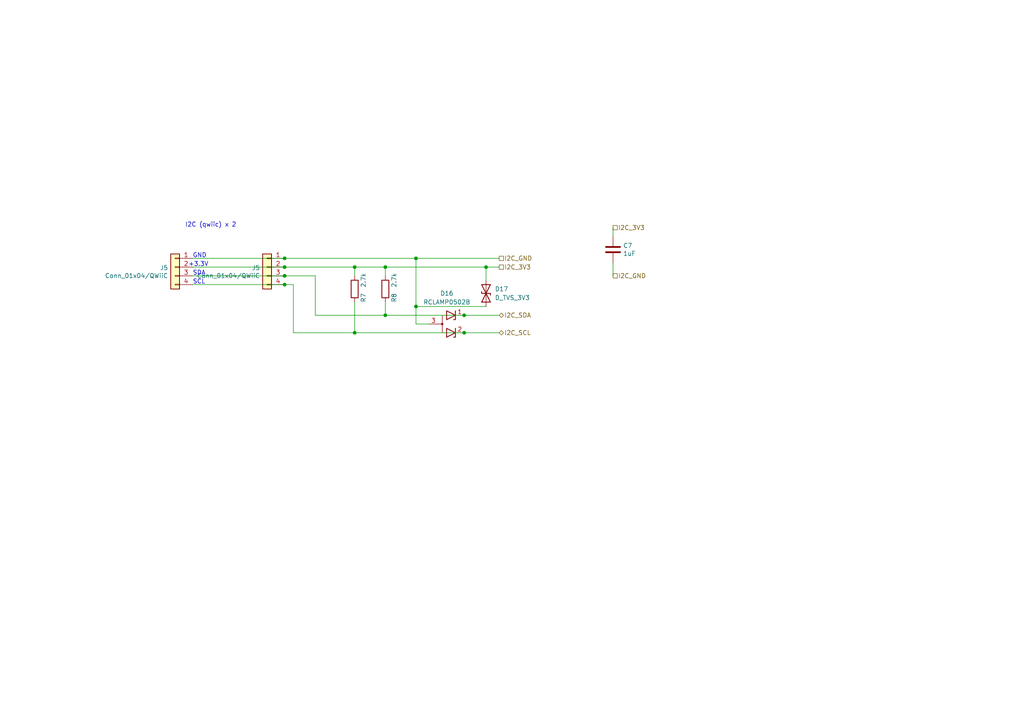
<source format=kicad_sch>
(kicad_sch (version 20230121) (generator eeschema)
  (paper "A4")
  (lib_symbols
    (symbol "Connector_Generic:Conn_01x04" (pin_names (offset 1.016) hide)
      (property "Reference" "J" (at 0 5.08 0))
      (property "Value" "Conn_01x04" (at 0 -7.62 0))
      (symbol "Conn_01x04_1_1"
        (rectangle (start -1.27 -4.953) (end 0 -5.207) (stroke (width 0.1524)))
        (rectangle (start -1.27 -2.413) (end 0 -2.667) (stroke (width 0.1524)))
        (rectangle (start -1.27 0.127) (end 0 -0.127) (stroke (width 0.1524)))
        (rectangle (start -1.27 2.667) (end 0 2.413) (stroke (width 0.1524)))
        (rectangle (start -1.27 3.81) (end 1.27 -6.35) (stroke (width 0.254)) (fill (type background)))
        (pin passive line (at -5.08 2.54 0) (length 3.81) (name "Pin_1") (number "1"))
        (pin passive line (at -5.08 0 0) (length 3.81) (name "Pin_2") (number "2"))
        (pin passive line (at -5.08 -2.54 0) (length 3.81) (name "Pin_3") (number "3"))
        (pin passive line (at -5.08 -5.08 0) (length 3.81) (name "Pin_4") (number "4"))
      )
    )
    (symbol "Device:C" (pin_numbers hide) (pin_names (offset 0.254))
      (property "Reference" "C" (at 0.635 2.54 0))
      (property "Value" "C" (at 0.635 -2.54 0))
      (symbol "C_0_1"
        (polyline (pts (xy -2.032 -0.762) (xy 2.032 -0.762)) (stroke (width 0.508)))
        (polyline (pts (xy -2.032 0.762) (xy 2.032 0.762)) (stroke (width 0.508)))
      )
      (symbol "C_1_1"
        (pin passive line (at 0 3.81 270) (length 2.794) (name "~") (number "1"))
        (pin passive line (at 0 -3.81 90) (length 2.794) (name "~") (number "2"))
      )
    )
    (symbol "Device:D_TVS" (pin_numbers hide) (pin_names (offset 1.016) hide)
      (property "Reference" "D" (at 0 2.54 0))
      (property "Value" "D_TVS" (at 0 -2.54 0))
      (symbol "D_TVS_0_1"
        (polyline (pts (xy 1.27 0) (xy -1.27 0)))
        (polyline (pts (xy 0.508 1.27) (xy 0 1.27) (xy 0 -1.27) (xy -0.508 -1.27)) (stroke (width 0.254)))
        (polyline (pts (xy -2.54 1.27) (xy -2.54 -1.27) (xy 2.54 1.27) (xy 2.54 -1.27) (xy -2.54 1.27)) (stroke (width 0.254)))
      )
      (symbol "D_TVS_1_1"
        (pin passive line (at -3.81 0 0) (length 2.54) (name "A1") (number "1"))
        (pin passive line (at 3.81 0 180) (length 2.54) (name "A2") (number "2"))
      )
    )
    (symbol "Device:R" (pin_numbers hide) (pin_names (offset 0))
      (property "Reference" "R" (at 2.032 0 90))
      (property "Value" "R" (at 0 0 90))
      (symbol "R_0_1"
        (rectangle (start -1.016 -2.54) (end 1.016 2.54) (stroke (width 0.254)))
      )
      (symbol "R_1_1"
        (pin passive line (at 0 3.81 270) (length 1.27) (name "~") (number "1"))
        (pin passive line (at 0 -3.81 90) (length 1.27) (name "~") (number "2"))
      )
    )
    (symbol "Power_Protection:RCLAMP0502B" (pin_names hide)
      (property "Reference" "D" (at 0 5.08 0))
      (property "Value" "RCLAMP0502B" (at 0 -5.08 0))
      (symbol "RCLAMP0502B_0_1"
        (polyline (pts (xy -2.54 0) (xy -1.27 0)))
        (polyline (pts (xy -1.27 2.54) (xy -1.27 -2.54)))
        (polyline (pts (xy 0 2.54) (xy -1.27 2.54)) (stroke (width 0.1524)))
        (polyline (pts (xy 2.54 3.81) (xy 2.54 1.27) (xy 2.032 1.27)) (stroke (width 0.254)))
        (polyline (pts (xy 0 1.27) (xy 0 3.81) (xy 2.54 2.54) (xy 0 1.27)) (stroke (width 0.254)))
        (pin passive line (at -5.08 0 0) (length 2.54) (name "A") (number "3"))
      )
      (symbol "RCLAMP0502B_1_1"
        (circle (center -1.27 0) (radius 0.254) (fill (type outline)))
        (polyline (pts (xy 0 -2.54) (xy -1.27 -2.54)) (stroke (width 0.1524)))
        (polyline (pts (xy 2.54 -1.27) (xy 2.54 -3.81) (xy 2.032 -3.81)) (stroke (width 0.254)))
        (polyline (pts (xy 0 -3.81) (xy 0 -1.27) (xy 2.54 -2.54) (xy 0 -3.81)) (stroke (width 0.254)))
        (pin passive line (at 5.08 2.54 180) (length 2.54) (name "K1") (number "1"))
        (pin passive line (at 5.08 -2.54 180) (length 2.54) (name "K2") (number "2"))
      )
    )
  )
  (junction (at 120.65 88.9))
  (junction (at 102.87 96.52))
  (junction (at 82.55 77.47))
  (junction (at 82.55 74.93))
  (junction (at 120.65 74.93))
  (junction (at 134.62 96.52))
  (junction (at 140.97 77.47))
  (junction (at 111.76 77.47))
  (junction (at 82.55 80.01))
  (junction (at 111.76 91.44))
  (junction (at 134.62 91.44))
  (junction (at 82.55 82.55))
  (junction (at 102.87 77.47))
  (wire (pts (xy 82.55 77.47) (xy 102.87 77.47)))
  (wire (pts (xy 55.88 77.47) (xy 82.55 77.47)))
  (wire (pts (xy 91.44 80.01) (xy 82.55 80.01)))
  (wire (pts (xy 111.76 77.47) (xy 140.97 77.47)))
  (wire (pts (xy 102.87 96.52) (xy 134.62 96.52)))
  (wire (pts (xy 91.44 91.44) (xy 91.44 80.01)))
  (wire (pts (xy 111.76 77.47) (xy 111.76 80.01)))
  (wire (pts (xy 120.65 74.93) (xy 120.65 88.9)))
  (wire (pts (xy 85.09 96.52) (xy 102.87 96.52)))
  (wire (pts (xy 177.8 66.04) (xy 177.8 68.58)))
  (wire (pts (xy 55.88 80.01) (xy 82.55 80.01)))
  (wire (pts (xy 91.44 91.44) (xy 111.76 91.44)))
  (wire (pts (xy 120.65 88.9) (xy 140.97 88.9)))
  (wire (pts (xy 55.88 74.93) (xy 82.55 74.93)))
  (wire (pts (xy 120.65 74.93) (xy 144.78 74.93)))
  (wire (pts (xy 134.62 96.52) (xy 144.78 96.52)))
  (wire (pts (xy 85.09 96.52) (xy 85.09 82.55)))
  (wire (pts (xy 85.09 82.55) (xy 82.55 82.55)))
  (wire (pts (xy 102.87 77.47) (xy 111.76 77.47)))
  (wire (pts (xy 102.87 87.63) (xy 102.87 96.52)))
  (wire (pts (xy 140.97 77.47) (xy 144.78 77.47)))
  (wire (pts (xy 134.62 91.44) (xy 144.78 91.44)))
  (wire (pts (xy 111.76 87.63) (xy 111.76 91.44)))
  (wire (pts (xy 82.55 74.93) (xy 120.65 74.93)))
  (wire (pts (xy 102.87 77.47) (xy 102.87 80.01)))
  (wire (pts (xy 140.97 77.47) (xy 140.97 81.28)))
  (wire (pts (xy 55.88 82.55) (xy 82.55 82.55)))
  (wire (pts (xy 120.65 93.98) (xy 120.65 88.9)))
  (wire (pts (xy 111.76 91.44) (xy 134.62 91.44)))
  (wire (pts (xy 120.65 93.98) (xy 124.46 93.98)))
  (wire (pts (xy 177.8 80.01) (xy 177.8 76.2)))
  (text "SDA" (at 55.88 80.01 0) (effects (font (size 1.27 1.27)) (justify left bottom)))
  (text "SCL" (at 55.88 82.55 0) (effects (font (size 1.27 1.27)) (justify left bottom)))
  (text "+3.3V" (at 54.61 77.47 0) (effects (font (size 1.27 1.27)) (justify left bottom)))
  (text "GND" (at 55.88 74.93 0) (effects (font (size 1.27 1.27)) (justify left bottom)))
  (text "I2C (qwiic) x 2" (at 68.58 66.04 0) (effects (font (size 1.27 1.27)) (justify right bottom)))
  (hierarchical_label "I2C_3V3" (shape passive) (at 177.8 66.04 0))
  (hierarchical_label "I2C_SCL" (shape bidirectional) (at 144.78 96.52 0))
  (hierarchical_label "I2C_GND" (shape passive) (at 144.78 74.93 0))
  (hierarchical_label "I2C_SDA" (shape bidirectional) (at 144.78 91.44 0))
  (hierarchical_label "I2C_GND" (shape passive) (at 177.8 80.01 0))
  (hierarchical_label "I2C_3V3" (shape passive) (at 144.78 77.47 0))
  (symbol (lib_id "Device:R") (at 111.76 83.82 0) (mirror y) (unit 1)
    (property "Reference" "R8" (at 114.3 86.36 90))
    (property "Value" "2.7k" (at 114.3 81.28 90))
    (property "Footprint" "Resistor_SMD:R_0805_2012Metric" (effects hide))
    (property "LCSC" "C13167" (effects hide))
    (property "Cost" "0.0009" (effects hide))
    (property "Part" "0603WAF2701T5E" (effects hide))
    (instances (project "i2c" (path "" (reference "R8") (unit 1))) (project "esp32-multitool" (path "" (reference "R3") (unit 1))))
  )
  (symbol (lib_id "Device:R") (at 102.87 83.82 0) (mirror y) (unit 1)
    (property "Reference" "R7" (at 105.41 86.36 90))
    (property "Value" "2.7k" (at 105.41 81.28 90))
    (property "Footprint" "Resistor_SMD:R_0805_2012Metric" (effects hide))
    (property "LCSC" "C13167" (effects hide))
    (property "Cost" "0.0009" (effects hide))
    (property "Part" "0603WAF2701T5E" (effects hide))
    (instances (project "i2c" (path "" (reference "R7") (unit 1))) (project "esp32-multitool" (path "" (reference "R2") (unit 1))))
  )
  (symbol (lib_id "Connector_Generic:Conn_01x04") (at 50.8 77.47 0) (mirror y) (unit 1)
    (property "Reference" "J5" (at 48.768 77.6732 0) (effects (justify left)))
    (property "Value" "Conn_01x04/QWiiC" (at 48.768 79.9846 0) (effects (justify left)))
    (property "Footprint" "Connector_JST:JST_PH_B4B-PH-K_1x04_P2.00mm_Vertical" (effects hide))
    (property "LCSC" "C145961" (effects hide))
    (property "Cost" "0.0552" (effects hide))
    (property "Part" "C145961" (effects hide))
    (instances (project "i2c" (path "" (reference "J5") (unit 1))) (project "esp32-multitool" (path "" (reference "J3") (unit 1))))
  )
  (symbol (lib_id "Device:C") (at 177.8 72.39 0) (unit 1)
    (property "Reference" "C7" (at 180.721 71.2216 0) (effects (justify left)))
    (property "Value" "1uF" (at 180.721 73.533 0) (effects (justify left)))
    (property "Footprint" "Capacitor_SMD:C_0805_2012Metric" (effects hide))
    (property "LCSC" "C19702" (effects hide))
    (property "Cost" "0.0031" (effects hide))
    (property "Part" "CL10A106KP8NNNC" (effects hide))
    (instances (project "esp32-multitool" (path "" (reference "C7") (unit 1)) (path "" (reference "C5") (unit 1))))
  )
  (symbol (lib_id "Connector_Generic:Conn_01x04") (at 77.47 77.47 0) (mirror y) (unit 1)
    (property "Reference" "J5" (at 75.438 77.6732 0) (effects (justify left)))
    (property "Value" "Conn_01x04/QWiiC" (at 75.438 79.9846 0) (effects (justify left)))
    (property "Footprint" "Connector_JST:JST_PH_B4B-PH-K_1x04_P2.00mm_Vertical" (effects hide))
    (property "LCSC" "C145961" (effects hide))
    (property "Cost" "0.0552" (effects hide))
    (property "Part" "C145961" (effects hide))
    (instances (project "i2c" (path "" (reference "J5") (unit 1))) (project "esp32-multitool" (path "" (reference "J2") (unit 1))))
  )
  (symbol (lib_id "Device:D_TVS") (at 140.97 85.09 90) (unit 1)
    (property "Reference" "D17" (at 143.51 83.82 90) (effects (justify right)))
    (property "Value" "D_TVS_3V3" (at 143.51 86.36 90) (effects (justify right)))
    (property "Footprint" "Diode_SMD:D_SOD-123" (effects hide))
  )
  (symbol (lib_id "Power_Protection:RCLAMP0502B") (at 129.54 93.98 0) (unit 1)
    (property "Reference" "D16" (at 129.6035 85.09 0))
    (property "Value" "RCLAMP0502B" (at 129.6035 87.63 0))
    (property "Footprint" "Package_TO_SOT_SMD:SOT-416" (effects hide))
    (property "Datasheet" "https://www.semtech.com/products/circuit-protection/low-capacitance/rclamp0502b" (effects hide))
  )
)
</source>
